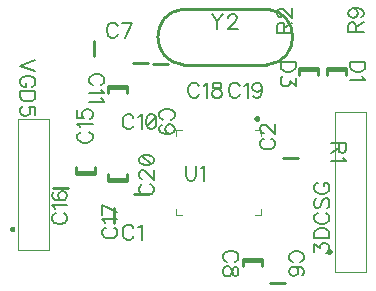
<source format=gbr>
G04 DipTrace 4.3.0.3*
G04 GTO.gbr*
%MOMM*%
G04 #@! TF.FileFunction,Legend,Top*
G04 #@! TF.Part,Single*
%ADD10C,0.25*%
%ADD13C,0.12*%
%ADD43C,0.19608*%
%FSLAX35Y35*%
G04*
G71*
G90*
G75*
G01*
G04 TopSilk*
%LPD*%
X3737012Y1189998D2*
D13*
X4003012Y1190003D1*
X4002988Y2546003D1*
X3736988Y2545998D1*
X3737012Y1189998D1*
G36*
X3694410Y1335397D2*
X3691199Y1335608D1*
X3688043Y1336235D1*
X3684996Y1337270D1*
X3682110Y1338693D1*
X3679434Y1340480D1*
X3677015Y1342602D1*
X3674893Y1345021D1*
X3673105Y1347697D1*
X3671682Y1350583D1*
X3670648Y1353630D1*
X3670020Y1356786D1*
X3669809Y1359997D1*
X3670020Y1363208D1*
X3670647Y1366364D1*
X3671682Y1369411D1*
X3673105Y1372297D1*
X3674893Y1374972D1*
X3677014Y1377392D1*
X3679433Y1379513D1*
X3682109Y1381301D1*
X3684995Y1382724D1*
X3688042Y1383759D1*
X3691198Y1384387D1*
X3694409Y1384597D1*
D1*
X3697620Y1384387D1*
X3700776Y1383759D1*
X3703823Y1382725D1*
X3706709Y1381302D1*
X3709385Y1379514D1*
X3711804Y1377392D1*
X3713926Y1374973D1*
X3715713Y1372298D1*
X3717137Y1369412D1*
X3718171Y1366365D1*
X3718799Y1363209D1*
X3719009Y1359998D1*
X3718799Y1356787D1*
X3718171Y1353631D1*
X3717137Y1350584D1*
X3715714Y1347698D1*
X3713926Y1345022D1*
X3711804Y1342603D1*
X3709385Y1340481D1*
X3706710Y1338693D1*
X3703824Y1337270D1*
X3700777Y1336236D1*
X3697621Y1335608D1*
X3694410Y1335397D1*
D1*
G37*
X1864947Y1605050D2*
D10*
Y1734950D1*
X3429950Y2154947D2*
X3300050D1*
X3319950Y1099947D2*
X3190050D1*
X1694947Y3015050D2*
Y3144950D1*
X2960080Y1281000D2*
X3119920D1*
X2960080Y1299920D2*
X3119920D1*
X2960080D2*
Y1240080D1*
X3119920Y1299920D2*
Y1240080D1*
X2195043Y2950051D2*
X2324943Y2950056D1*
X2030043Y2955051D2*
X2159943Y2955056D1*
X1820080Y2745997D2*
X1979920Y2746003D1*
X1820079Y2764917D2*
X1979919Y2764923D1*
X1820079Y2764917D2*
X1820081Y2705077D1*
X1979919Y2764923D2*
X1979921Y2705083D1*
X1709920Y2034001D2*
X1550080Y2033999D1*
X1709921Y2015081D2*
X1550081Y2015079D1*
X1709921Y2015081D2*
X1709919Y2074921D1*
X1550081Y2015079D2*
X1550079Y2074919D1*
X1479950Y1904947D2*
X1350050D1*
X1974920Y1979000D2*
X1815080D1*
X1974920Y1960080D2*
X1815080D1*
X1974920D2*
Y2019920D1*
X1815080Y1960080D2*
Y2019920D1*
X2164950Y1849947D2*
X2035050D1*
X3834920Y2914920D2*
Y2855080D1*
X3675080Y2914920D2*
Y2855080D1*
Y2896087D2*
X3834920D1*
X3675080Y2915007D2*
X3834920D1*
X3594920Y2914920D2*
Y2855080D1*
X3435080Y2914920D2*
Y2855080D1*
Y2896087D2*
X3594920D1*
X3435080Y2915007D2*
X3594920D1*
X3115000Y2343000D2*
D13*
Y2395000D1*
X3063000D1*
Y1675000D2*
X3115000D1*
Y1727000D1*
X2395000D2*
Y1675000D1*
X2447000D1*
Y2395000D2*
X2395000D1*
Y2343000D1*
G36*
X3107000Y2486000D2*
X3106786Y2482737D1*
X3106148Y2479530D1*
X3105097Y2476433D1*
X3103651Y2473500D1*
X3101834Y2470781D1*
X3099678Y2468322D1*
X3097219Y2466166D1*
X3094500Y2464349D1*
X3091567Y2462903D1*
X3088470Y2461852D1*
X3085263Y2461214D1*
X3082000Y2461000D1*
X3078737Y2461214D1*
X3075530Y2461852D1*
X3072433Y2462903D1*
X3069500Y2464349D1*
X3066781Y2466166D1*
X3064322Y2468322D1*
X3062166Y2470781D1*
X3060349Y2473500D1*
X3058903Y2476433D1*
X3057852Y2479530D1*
X3057214Y2482737D1*
X3057000Y2486000D1*
D1*
X3057214Y2489263D1*
X3057852Y2492470D1*
X3058903Y2495567D1*
X3060349Y2498500D1*
X3062166Y2501219D1*
X3064322Y2503678D1*
X3066781Y2505834D1*
X3069500Y2507651D1*
X3072433Y2509097D1*
X3075530Y2510148D1*
X3078737Y2510786D1*
X3082000Y2511000D1*
X3085263Y2510786D1*
X3088470Y2510148D1*
X3091567Y2509097D1*
X3094500Y2507651D1*
X3097219Y2505834D1*
X3099678Y2503678D1*
X3101834Y2501219D1*
X3103651Y2498500D1*
X3105097Y2495567D1*
X3106148Y2492470D1*
X3106786Y2489263D1*
X3107000Y2486000D1*
D1*
G37*
X1052000Y1380000D2*
D13*
X1318000D1*
Y2482000D1*
X1052000D1*
Y1380000D1*
G36*
X1009400Y1525400D2*
X1006189Y1525610D1*
X1003033Y1526238D1*
X999986Y1527273D1*
X997100Y1528696D1*
X994424Y1530484D1*
X992005Y1532605D1*
X989884Y1535024D1*
X988096Y1537700D1*
X986673Y1540586D1*
X985638Y1543633D1*
X985010Y1546789D1*
X984800Y1550000D1*
X985010Y1553211D1*
X985638Y1556367D1*
X986673Y1559414D1*
X988096Y1562300D1*
X989884Y1564976D1*
X992005Y1567395D1*
X994424Y1569516D1*
X997100Y1571304D1*
X999986Y1572727D1*
X1003033Y1573762D1*
X1006189Y1574390D1*
X1009400Y1574600D1*
D1*
X1012611Y1574390D1*
X1015767Y1573762D1*
X1018814Y1572727D1*
X1021700Y1571304D1*
X1024376Y1569516D1*
X1026795Y1567395D1*
X1028916Y1564976D1*
X1030704Y1562300D1*
X1032127Y1559414D1*
X1033162Y1556367D1*
X1033790Y1553211D1*
X1034000Y1550000D1*
X1033790Y1546789D1*
X1033162Y1543633D1*
X1032127Y1540586D1*
X1030704Y1537700D1*
X1028916Y1535024D1*
X1026795Y1532605D1*
X1024376Y1530484D1*
X1021700Y1528696D1*
X1018814Y1527273D1*
X1015767Y1526238D1*
X1012611Y1525610D1*
X1009400Y1525400D1*
D1*
G37*
X2455253Y2944100D2*
D10*
X3164747D1*
X2455253Y3415900D2*
X3164747D1*
X2455253D2*
G03X2455253Y2944100I20868J-235900D01*
G01*
X3164747D2*
G03X3164747Y3415900I-20868J235900D01*
G01*
X3563960Y1363058D2*
D43*
X3563958Y1429740D1*
X3612532Y1393382D1*
Y1411632D1*
X3618568Y1423705D1*
X3624605Y1429741D1*
X3642855Y1435919D1*
X3654928D1*
X3673178Y1429742D1*
X3685391Y1417669D1*
X3691428Y1399420D1*
X3691429Y1381170D1*
X3685392Y1363060D1*
X3679216Y1357023D1*
X3667143Y1350846D1*
X3563817Y1475133D2*
X3691427Y1475135D1*
X3691426Y1517672D1*
X3685249Y1535922D1*
X3673176Y1548135D1*
X3660962Y1554171D1*
X3642852Y1560207D1*
X3612389D1*
X3594139Y1554170D1*
X3582066Y1548133D1*
X3569853Y1535920D1*
X3563816Y1517669D1*
X3563817Y1475133D1*
X3594136Y1690532D2*
X3582063Y1684495D1*
X3569850Y1672281D1*
X3563814Y1660208D1*
Y1635922D1*
X3569851Y1623708D1*
X3582065Y1611635D1*
X3594138Y1605459D1*
X3612388Y1599423D1*
X3642852D1*
X3660961Y1605460D1*
X3673174Y1611637D1*
X3685247Y1623710D1*
X3691424Y1635924D1*
X3691423Y1660211D1*
X3685246Y1672284D1*
X3673173Y1684497D1*
X3660959Y1690533D1*
X3582061Y1814820D2*
X3569848Y1802747D1*
X3563812Y1784497D1*
Y1760210D1*
X3569849Y1741961D1*
X3582063Y1729747D1*
X3594136Y1729748D1*
X3606349Y1735925D1*
X3612385Y1741961D1*
X3618422Y1754035D1*
X3630635Y1790535D1*
X3636671Y1802748D1*
X3642848Y1808785D1*
X3654921Y1814822D1*
X3673171D1*
X3685244Y1802749D1*
X3691421Y1784499D1*
X3691422Y1760213D1*
X3685245Y1741963D1*
X3673172Y1729749D1*
X3594132Y1945146D2*
X3582059Y1939109D1*
X3569846Y1926895D1*
X3563809Y1914822D1*
X3563810Y1890536D1*
X3569846Y1878322D1*
X3582060Y1866250D1*
X3594133Y1860073D1*
X3612383Y1854037D1*
X3642847D1*
X3660956Y1860074D1*
X3673170Y1866251D1*
X3685243Y1878325D1*
X3691419Y1890538D1*
Y1914825D1*
X3685242Y1926898D1*
X3673168Y1939111D1*
X3660955Y1945147D1*
X3642845D1*
X3642846Y1914824D1*
X2033099Y1560664D2*
X2027062Y1572737D1*
X2014849Y1584950D1*
X2002775Y1590987D1*
X1978489D1*
X1966275Y1584950D1*
X1954202Y1572737D1*
X1948025Y1560664D1*
X1941989Y1542414D1*
Y1511950D1*
X1948025Y1493840D1*
X1954202Y1481627D1*
X1966275Y1469554D1*
X1978489Y1463377D1*
X2002775D1*
X2014849Y1469554D1*
X2027062Y1481627D1*
X2033099Y1493840D1*
X2072314Y1566560D2*
X2084528Y1572737D1*
X2102778Y1590846D1*
Y1463377D1*
X3134336Y2318384D2*
X3122263Y2312347D1*
X3110050Y2300134D1*
X3104013Y2288061D1*
Y2263774D1*
X3110050Y2251561D1*
X3122263Y2239488D1*
X3134336Y2233311D1*
X3152586Y2227274D1*
X3183050D1*
X3201160Y2233311D1*
X3213373Y2239488D1*
X3225446Y2251561D1*
X3231623Y2263774D1*
Y2288061D1*
X3225446Y2300134D1*
X3213373Y2312347D1*
X3201160Y2318384D1*
X3134477Y2363776D2*
X3128440D1*
X3116227Y2369813D1*
X3110190Y2375849D1*
X3104154Y2388063D1*
Y2412349D1*
X3110190Y2424423D1*
X3116227Y2430459D1*
X3128440Y2436636D1*
X3140513D1*
X3152727Y2430459D1*
X3170836Y2418386D1*
X3231623Y2357599D1*
Y2442673D1*
X3446600Y1273501D2*
X3458673Y1279538D1*
X3470887Y1291751D1*
X3476923Y1303824D1*
Y1328111D1*
X3470887Y1340324D1*
X3458673Y1352397D1*
X3446600Y1358574D1*
X3428350Y1364611D1*
X3397887D1*
X3379777Y1358574D1*
X3367564Y1352397D1*
X3355491Y1340324D1*
X3349314Y1328111D1*
Y1303824D1*
X3355491Y1291751D1*
X3367564Y1279538D1*
X3379777Y1273501D1*
X3458673Y1161426D2*
X3470746Y1167462D1*
X3476783Y1185712D1*
Y1197785D1*
X3470746Y1216035D1*
X3452496Y1228249D1*
X3422173Y1234285D1*
X3391850D1*
X3367564Y1228249D1*
X3355350Y1216035D1*
X3349314Y1197785D1*
Y1191749D1*
X3355350Y1173639D1*
X3367564Y1161426D1*
X3385814Y1155389D1*
X3391850D1*
X3410100Y1161426D1*
X3422173Y1173639D1*
X3428210Y1191749D1*
Y1197785D1*
X3422173Y1216035D1*
X3410100Y1228249D1*
X3391850Y1234285D1*
X1898384Y3270664D2*
X1892347Y3282737D1*
X1880134Y3294950D1*
X1868061Y3300987D1*
X1843774D1*
X1831561Y3294950D1*
X1819488Y3282737D1*
X1813311Y3270664D1*
X1807274Y3252414D1*
Y3221950D1*
X1813311Y3203840D1*
X1819488Y3191627D1*
X1831561Y3179554D1*
X1843774Y3173377D1*
X1868061D1*
X1880134Y3179554D1*
X1892347Y3191627D1*
X1898384Y3203840D1*
X1961886Y3173377D2*
X2022673Y3300846D1*
X1937599D1*
X2890664Y1276519D2*
X2902737Y1282556D1*
X2914950Y1294769D1*
X2920987Y1306842D1*
Y1331129D1*
X2914950Y1343342D1*
X2902737Y1355416D1*
X2890664Y1361592D1*
X2872414Y1367629D1*
X2841950D1*
X2823840Y1361592D1*
X2811627Y1355416D1*
X2799554Y1343342D1*
X2793377Y1331129D1*
Y1306842D1*
X2799554Y1294769D1*
X2811627Y1282556D1*
X2823840Y1276519D1*
X2920846Y1206981D2*
X2914810Y1225090D1*
X2902737Y1231267D1*
X2890523D1*
X2878450Y1225090D1*
X2872273Y1213017D1*
X2866237Y1188731D1*
X2860200Y1170481D1*
X2847987Y1158408D1*
X2835914Y1152371D1*
X2817664D1*
X2805590Y1158408D1*
X2799414Y1164444D1*
X2793377Y1182694D1*
Y1206981D1*
X2799414Y1225090D1*
X2805590Y1231267D1*
X2817664Y1237304D1*
X2835914D1*
X2847987Y1231267D1*
X2860200Y1219054D1*
X2866237Y1200944D1*
X2872273Y1176658D1*
X2878450Y1164444D1*
X2890523Y1158408D1*
X2902737D1*
X2914810Y1164444D1*
X2920846Y1182694D1*
Y1206981D1*
X2350662Y2478608D2*
X2362735Y2484645D1*
X2374948Y2496859D1*
X2380984Y2508933D1*
X2380983Y2533219D1*
X2374946Y2545432D1*
X2362732Y2557505D1*
X2350659Y2563681D1*
X2332408Y2569717D1*
X2301945Y2569716D1*
X2283835Y2563679D1*
X2271622Y2557501D1*
X2259550Y2545428D1*
X2253373Y2533214D1*
X2253374Y2508927D1*
X2259552Y2496855D1*
X2271625Y2484642D1*
X2283839Y2478606D1*
X2338453Y2360356D2*
X2320203Y2366532D1*
X2307989Y2378604D1*
X2301952Y2396854D1*
Y2402891D1*
X2307987Y2421141D1*
X2320200Y2433214D1*
X2338450Y2439392D1*
X2344487D1*
X2362737Y2433216D1*
X2374810Y2421144D1*
X2380848Y2402894D1*
Y2396857D1*
X2374812Y2378607D1*
X2362740Y2366533D1*
X2338453Y2360356D1*
X2307990Y2360354D1*
X2277667Y2366530D1*
X2259416Y2378602D1*
X2253379Y2396852D1*
X2253378Y2408925D1*
X2259414Y2427175D1*
X2271627Y2433212D1*
X2033099Y2496164D2*
X2027062Y2508237D1*
X2014848Y2520450D1*
X2002774Y2526486D1*
X1978488Y2526485D1*
X1966275Y2520448D1*
X1954202Y2508234D1*
X1948026Y2496161D1*
X1941990Y2477911D1*
X1941991Y2447447D1*
X1948028Y2429338D1*
X1954206Y2417125D1*
X1966279Y2405052D1*
X1978493Y2398876D1*
X2002780Y2398877D1*
X2014852Y2405054D1*
X2027065Y2417128D1*
X2033101Y2429341D1*
X2072314Y2502062D2*
X2084527Y2508240D1*
X2102777Y2526350D1*
X2102782Y2398881D1*
X2178492Y2526353D2*
X2160243Y2520316D1*
X2148030Y2502065D1*
X2141995Y2471742D1*
Y2453492D1*
X2148033Y2423169D1*
X2160247Y2404920D1*
X2178498Y2398884D1*
X2190571D1*
X2208820Y2404921D1*
X2220893Y2423172D1*
X2227068Y2453495D1*
Y2471745D1*
X2220890Y2502068D1*
X2208816Y2520318D1*
X2190565Y2526353D1*
X2178492D1*
X2220890Y2502068D2*
X2148033Y2423169D1*
X1755662Y2771855D2*
X1767735Y2777892D1*
X1779948Y2790106D1*
X1785984Y2802179D1*
X1785983Y2826466D1*
X1779946Y2838679D1*
X1767732Y2850752D1*
X1755659Y2856928D1*
X1737408Y2862964D1*
X1706945Y2862963D1*
X1688836Y2856926D1*
X1676622Y2850748D1*
X1664550Y2838675D1*
X1658373Y2826461D1*
X1658374Y2802174D1*
X1664552Y2790101D1*
X1676625Y2777889D1*
X1688839Y2771852D1*
X1761560Y2732640D2*
X1767737Y2720427D1*
X1785848Y2702177D1*
X1658378Y2702172D1*
X1761563Y2662961D2*
X1767740Y2650747D1*
X1785850Y2632498D1*
X1658381Y2632493D1*
X1588867Y2375750D2*
X1576794Y2369713D1*
X1564581Y2357500D1*
X1558545Y2345426D1*
Y2321140D1*
X1564582Y2308927D1*
X1576795Y2296854D1*
X1588869Y2290677D1*
X1607119Y2284641D1*
X1637582D1*
X1655692Y2290678D1*
X1667905Y2296855D1*
X1679978Y2308929D1*
X1686155Y2321142D1*
X1686154Y2345429D1*
X1679977Y2357502D1*
X1667904Y2369715D1*
X1655690Y2375751D1*
X1582970Y2414966D2*
X1576793Y2427179D1*
X1558683Y2445429D1*
X1686152Y2445431D1*
X1558681Y2557504D2*
X1558682Y2496858D1*
X1613292Y2490822D1*
X1607255Y2496859D1*
X1601078Y2515109D1*
Y2533218D1*
X1607254Y2551468D1*
X1619327Y2563682D1*
X1637577Y2569719D1*
X1649650D1*
X1667900Y2563683D1*
X1680114Y2551470D1*
X1686151Y2533220D1*
Y2515110D1*
X1680115Y2496860D1*
X1673938Y2490823D1*
X1661865Y2484646D1*
X1373866Y1686633D2*
X1361793Y1680596D1*
X1349580Y1668383D1*
X1343543Y1656310D1*
Y1632023D1*
X1349580Y1619810D1*
X1361793Y1607736D1*
X1373866Y1601560D1*
X1392116Y1595523D1*
X1422580D1*
X1440690Y1601560D1*
X1452903Y1607736D1*
X1464976Y1619810D1*
X1471153Y1632023D1*
Y1656310D1*
X1464976Y1668383D1*
X1452903Y1680596D1*
X1440690Y1686633D1*
X1367970Y1725848D2*
X1361793Y1738062D1*
X1343684Y1756312D1*
X1471153D1*
X1361793Y1868387D2*
X1349720Y1862351D1*
X1343684Y1844101D1*
Y1832027D1*
X1349720Y1813777D1*
X1367970Y1801564D1*
X1398293Y1795527D1*
X1428616D1*
X1452903Y1801564D1*
X1465116Y1813777D1*
X1471153Y1832027D1*
Y1838064D1*
X1465116Y1856174D1*
X1452903Y1868387D1*
X1434653Y1874424D1*
X1428616D1*
X1410366Y1868387D1*
X1398293Y1856174D1*
X1392257Y1838064D1*
Y1832027D1*
X1398293Y1813777D1*
X1410366Y1801564D1*
X1428616Y1795527D1*
X1799336Y1566228D2*
X1787263Y1560191D1*
X1775050Y1547978D1*
X1769013Y1535904D1*
Y1511618D1*
X1775050Y1499404D1*
X1787263Y1487331D1*
X1799336Y1481154D1*
X1817586Y1475118D1*
X1848050D1*
X1866160Y1481154D1*
X1878373Y1487331D1*
X1890446Y1499404D1*
X1896623Y1511618D1*
Y1535904D1*
X1890446Y1547978D1*
X1878373Y1560191D1*
X1866160Y1566228D1*
X1793440Y1605443D2*
X1787263Y1617657D1*
X1769154Y1635907D1*
X1896623D1*
Y1699409D2*
X1769154Y1760195D1*
Y1675122D1*
X2588641Y2761600D2*
X2582605Y2773673D1*
X2570391Y2785887D1*
X2558318Y2791923D1*
X2534031D1*
X2521818Y2785887D1*
X2509745Y2773673D1*
X2503568Y2761600D1*
X2497531Y2743350D1*
Y2712887D1*
X2503568Y2694777D1*
X2509745Y2682564D1*
X2521818Y2670491D1*
X2534031Y2664314D1*
X2558318D1*
X2570391Y2670491D1*
X2582605Y2682564D1*
X2588641Y2694777D1*
X2627857Y2767496D2*
X2640070Y2773673D1*
X2658320Y2791783D1*
Y2664314D1*
X2727859Y2791783D2*
X2709749Y2785746D1*
X2703572Y2773673D1*
Y2761460D1*
X2709749Y2749387D1*
X2721822Y2743210D1*
X2746109Y2737173D1*
X2764359Y2731137D1*
X2776432Y2718923D1*
X2782469Y2706850D1*
Y2688600D1*
X2776432Y2676527D1*
X2770395Y2670350D1*
X2752145Y2664314D1*
X2727859D1*
X2709749Y2670350D1*
X2703572Y2676527D1*
X2697536Y2688600D1*
Y2706850D1*
X2703572Y2718923D1*
X2715786Y2731137D1*
X2733895Y2737173D1*
X2758182Y2743210D1*
X2770395Y2749387D1*
X2776432Y2761460D1*
Y2773673D1*
X2770395Y2785746D1*
X2752145Y2791783D1*
X2727859D1*
X2931589Y2761600D2*
X2925553Y2773673D1*
X2913339Y2785887D1*
X2901266Y2791923D1*
X2876980D1*
X2864766Y2785887D1*
X2852693Y2773673D1*
X2846516Y2761600D1*
X2840480Y2743350D1*
Y2712887D1*
X2846516Y2694777D1*
X2852693Y2682564D1*
X2864766Y2670491D1*
X2876980Y2664314D1*
X2901266D1*
X2913339Y2670491D1*
X2925553Y2682564D1*
X2931589Y2694777D1*
X2970805Y2767496D2*
X2983018Y2773673D1*
X3001268Y2791783D1*
Y2664314D1*
X3119520Y2749387D2*
X3113344Y2731137D1*
X3101270Y2718923D1*
X3083020Y2712887D1*
X3076984D1*
X3058734Y2718923D1*
X3046661Y2731137D1*
X3040484Y2749387D1*
Y2755423D1*
X3046661Y2773673D1*
X3058734Y2785746D1*
X3076984Y2791783D1*
X3083020D1*
X3101270Y2785746D1*
X3113344Y2773673D1*
X3119520Y2749387D1*
Y2718923D1*
X3113344Y2688600D1*
X3101270Y2670350D1*
X3083020Y2664314D1*
X3070947D1*
X3052697Y2670350D1*
X3046661Y2682564D1*
X2109336Y1931239D2*
X2097263Y1925203D1*
X2085050Y1912989D1*
X2079013Y1900916D1*
Y1876630D1*
X2085050Y1864416D1*
X2097263Y1852343D1*
X2109336Y1846166D1*
X2127586Y1840130D1*
X2158050D1*
X2176160Y1846166D1*
X2188373Y1852343D1*
X2200446Y1864416D1*
X2206623Y1876630D1*
Y1900916D1*
X2200446Y1912989D1*
X2188373Y1925203D1*
X2176160Y1931239D1*
X2109477Y1976632D2*
X2103440D1*
X2091227Y1982669D1*
X2085190Y1988705D1*
X2079154Y2000919D1*
Y2025205D1*
X2085190Y2037278D1*
X2091227Y2043315D1*
X2103440Y2049492D1*
X2115513D1*
X2127727Y2043315D1*
X2145836Y2031242D1*
X2206623Y1970455D1*
Y2055528D1*
X2079154Y2131244D2*
X2085190Y2112994D1*
X2103440Y2100780D1*
X2133763Y2094744D1*
X2152013D1*
X2182336Y2100780D1*
X2200586Y2112994D1*
X2206623Y2131244D1*
Y2143317D1*
X2200586Y2161567D1*
X2182336Y2173640D1*
X2152013Y2179817D1*
X2133763D1*
X2103440Y2173640D1*
X2085190Y2161567D1*
X2079154Y2143317D1*
Y2131244D1*
X2103440Y2173640D2*
X2182336Y2100780D1*
X3995987Y2969679D2*
X3868377D1*
Y2927143D1*
X3874554Y2908893D1*
X3886627Y2896679D1*
X3898840Y2890643D1*
X3916950Y2884606D1*
X3947414D1*
X3965664Y2890643D1*
X3977737Y2896679D1*
X3989950Y2908893D1*
X3995987Y2927143D1*
Y2969679D1*
X3971560Y2845391D2*
X3977737Y2833177D1*
X3995846Y2814927D1*
X3868377D1*
X3405987Y2969681D2*
X3278377D1*
Y2927144D1*
X3284554Y2908894D1*
X3296627Y2896681D1*
X3308840Y2890644D1*
X3326950Y2884608D1*
X3357414D1*
X3375664Y2890644D1*
X3387737Y2896681D1*
X3399950Y2908894D1*
X3405987Y2927144D1*
Y2969681D1*
X3405846Y2833179D2*
Y2766496D1*
X3357273Y2802856D1*
Y2784606D1*
X3351237Y2772533D1*
X3345200Y2766496D1*
X3326950Y2760319D1*
X3314877D1*
X3296627Y2766496D1*
X3284414Y2778569D1*
X3278377Y2796819D1*
Y2815069D1*
X3284414Y2833179D1*
X3290590Y2839215D1*
X3302664Y2845392D1*
X3770198Y2282381D2*
X3770199Y2227772D1*
X3776377Y2209522D1*
X3782414Y2203345D1*
X3794487Y2197309D1*
X3806700D1*
X3818773Y2203346D1*
X3824950Y2209523D1*
X3830986Y2227773D1*
X3830985Y2282383D1*
X3703375Y2282380D1*
X3770199Y2239845D2*
X3703377Y2197306D1*
X3806561Y2158093D2*
X3812738Y2145880D1*
X3830848Y2127631D1*
X3703379Y2127627D1*
X3309798Y3215315D2*
X3309797Y3269925D1*
X3303620Y3288175D1*
X3297583Y3294352D1*
X3285510Y3300388D1*
X3273296D1*
X3261223Y3294351D1*
X3255047Y3288174D1*
X3249010Y3269924D1*
X3249011Y3215314D1*
X3376621Y3215317D1*
X3309797Y3257852D2*
X3376619Y3300390D1*
X3279472Y3345781D2*
X3273436Y3345780D1*
X3261222Y3351817D1*
X3255186Y3357853D1*
X3249149Y3370067D1*
Y3394353D1*
X3255185Y3406426D1*
X3261221Y3412463D1*
X3273435Y3418640D1*
X3285508D1*
X3297721Y3412464D1*
X3315831Y3400391D1*
X3376619Y3339605D1*
X3376617Y3424678D1*
X3913865Y3218334D2*
X3913864Y3272943D1*
X3907686Y3291193D1*
X3901650Y3297370D1*
X3889576Y3303406D1*
X3877363D1*
X3865290Y3297369D1*
X3859113Y3291192D1*
X3853077Y3272942D1*
X3853078Y3218332D1*
X3980688Y3218335D1*
X3913864Y3260870D2*
X3980686Y3303408D1*
X3895611Y3421659D2*
X3913861Y3415482D1*
X3926075Y3403409D1*
X3932112Y3385159D1*
Y3379123D1*
X3926075Y3360873D1*
X3913862Y3348799D1*
X3895612Y3342622D1*
X3889576D1*
X3871326Y3348799D1*
X3859252Y3360871D1*
X3853215Y3379121D1*
Y3385158D1*
X3859252Y3403408D1*
X3871324Y3415481D1*
X3895611Y3421659D1*
X3926074D1*
X3956397Y3415483D1*
X3974648Y3403410D1*
X3980685Y3385160D1*
Y3373087D1*
X3974649Y3354837D1*
X3962435Y3348800D1*
X2477624Y2090923D2*
Y1999814D1*
X2483660Y1981564D1*
X2495874Y1969491D1*
X2514124Y1963314D1*
X2526197D1*
X2544447Y1969491D1*
X2556660Y1981564D1*
X2562697Y1999814D1*
Y2090923D1*
X2601913Y2066496D2*
X2614126Y2072673D1*
X2632376Y2090783D1*
Y1963314D1*
X1201723Y2985754D2*
X1074114Y2937181D1*
X1201723Y2888608D1*
X1171400Y2758283D2*
X1183473Y2764320D1*
X1195687Y2776533D1*
X1201723Y2788606D1*
Y2812893D1*
X1195687Y2825106D1*
X1183473Y2837179D1*
X1171400Y2843356D1*
X1153150Y2849393D1*
X1122687D1*
X1104577Y2843356D1*
X1092364Y2837179D1*
X1080291Y2825106D1*
X1074114Y2812893D1*
Y2788606D1*
X1080291Y2776533D1*
X1092364Y2764320D1*
X1104577Y2758283D1*
X1122687D1*
Y2788606D1*
X1201723Y2719067D2*
X1074114D1*
Y2676531D1*
X1080291Y2658281D1*
X1092364Y2646067D1*
X1104577Y2640031D1*
X1122687Y2633994D1*
X1153150D1*
X1171400Y2640031D1*
X1183473Y2646067D1*
X1195687Y2658281D1*
X1201723Y2676531D1*
Y2719067D1*
X1201583Y2521919D2*
Y2582565D1*
X1146973Y2588602D1*
X1153010Y2582565D1*
X1159187Y2564315D1*
Y2546206D1*
X1153010Y2527956D1*
X1140937Y2515742D1*
X1122687Y2509706D1*
X1110614D1*
X1092364Y2515742D1*
X1080150Y2527956D1*
X1074114Y2546206D1*
Y2564315D1*
X1080150Y2582565D1*
X1086327Y2588602D1*
X1098400Y2594779D1*
X2694283Y3372823D2*
X2742856Y3312037D1*
Y3245214D1*
X2791429Y3372823D2*
X2742856Y3312037D1*
X2836821Y3342360D2*
Y3348396D1*
X2842858Y3360610D1*
X2848894Y3366646D1*
X2861108Y3372683D1*
X2885394D1*
X2897467Y3366646D1*
X2903504Y3360610D1*
X2909681Y3348396D1*
Y3336323D1*
X2903504Y3324110D1*
X2891431Y3306000D1*
X2830644Y3245214D1*
X2915717D1*
M02*

</source>
